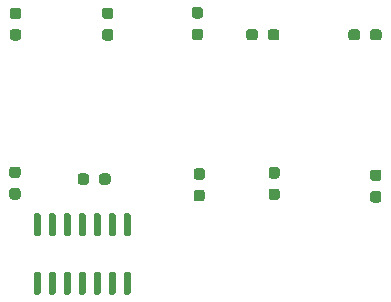
<source format=gtp>
%TF.GenerationSoftware,KiCad,Pcbnew,5.1.10*%
%TF.CreationDate,2021-12-10T15:57:17+01:00*%
%TF.ProjectId,PCB_PEE30 zonder mountingholes,5043425f-5045-4453-9330-207a6f6e6465,rev?*%
%TF.SameCoordinates,Original*%
%TF.FileFunction,Paste,Top*%
%TF.FilePolarity,Positive*%
%FSLAX46Y46*%
G04 Gerber Fmt 4.6, Leading zero omitted, Abs format (unit mm)*
G04 Created by KiCad (PCBNEW 5.1.10) date 2021-12-10 15:57:17*
%MOMM*%
%LPD*%
G01*
G04 APERTURE LIST*
G04 APERTURE END LIST*
%TO.C,U1*%
G36*
G01*
X123790000Y-156000000D02*
X123490000Y-156000000D01*
G75*
G02*
X123340000Y-155850000I0J150000D01*
G01*
X123340000Y-154200000D01*
G75*
G02*
X123490000Y-154050000I150000J0D01*
G01*
X123790000Y-154050000D01*
G75*
G02*
X123940000Y-154200000I0J-150000D01*
G01*
X123940000Y-155850000D01*
G75*
G02*
X123790000Y-156000000I-150000J0D01*
G01*
G37*
G36*
G01*
X125060000Y-156000000D02*
X124760000Y-156000000D01*
G75*
G02*
X124610000Y-155850000I0J150000D01*
G01*
X124610000Y-154200000D01*
G75*
G02*
X124760000Y-154050000I150000J0D01*
G01*
X125060000Y-154050000D01*
G75*
G02*
X125210000Y-154200000I0J-150000D01*
G01*
X125210000Y-155850000D01*
G75*
G02*
X125060000Y-156000000I-150000J0D01*
G01*
G37*
G36*
G01*
X126330000Y-156000000D02*
X126030000Y-156000000D01*
G75*
G02*
X125880000Y-155850000I0J150000D01*
G01*
X125880000Y-154200000D01*
G75*
G02*
X126030000Y-154050000I150000J0D01*
G01*
X126330000Y-154050000D01*
G75*
G02*
X126480000Y-154200000I0J-150000D01*
G01*
X126480000Y-155850000D01*
G75*
G02*
X126330000Y-156000000I-150000J0D01*
G01*
G37*
G36*
G01*
X127600000Y-156000000D02*
X127300000Y-156000000D01*
G75*
G02*
X127150000Y-155850000I0J150000D01*
G01*
X127150000Y-154200000D01*
G75*
G02*
X127300000Y-154050000I150000J0D01*
G01*
X127600000Y-154050000D01*
G75*
G02*
X127750000Y-154200000I0J-150000D01*
G01*
X127750000Y-155850000D01*
G75*
G02*
X127600000Y-156000000I-150000J0D01*
G01*
G37*
G36*
G01*
X128870000Y-156000000D02*
X128570000Y-156000000D01*
G75*
G02*
X128420000Y-155850000I0J150000D01*
G01*
X128420000Y-154200000D01*
G75*
G02*
X128570000Y-154050000I150000J0D01*
G01*
X128870000Y-154050000D01*
G75*
G02*
X129020000Y-154200000I0J-150000D01*
G01*
X129020000Y-155850000D01*
G75*
G02*
X128870000Y-156000000I-150000J0D01*
G01*
G37*
G36*
G01*
X130140000Y-156000000D02*
X129840000Y-156000000D01*
G75*
G02*
X129690000Y-155850000I0J150000D01*
G01*
X129690000Y-154200000D01*
G75*
G02*
X129840000Y-154050000I150000J0D01*
G01*
X130140000Y-154050000D01*
G75*
G02*
X130290000Y-154200000I0J-150000D01*
G01*
X130290000Y-155850000D01*
G75*
G02*
X130140000Y-156000000I-150000J0D01*
G01*
G37*
G36*
G01*
X131410000Y-156000000D02*
X131110000Y-156000000D01*
G75*
G02*
X130960000Y-155850000I0J150000D01*
G01*
X130960000Y-154200000D01*
G75*
G02*
X131110000Y-154050000I150000J0D01*
G01*
X131410000Y-154050000D01*
G75*
G02*
X131560000Y-154200000I0J-150000D01*
G01*
X131560000Y-155850000D01*
G75*
G02*
X131410000Y-156000000I-150000J0D01*
G01*
G37*
G36*
G01*
X131410000Y-160950000D02*
X131110000Y-160950000D01*
G75*
G02*
X130960000Y-160800000I0J150000D01*
G01*
X130960000Y-159150000D01*
G75*
G02*
X131110000Y-159000000I150000J0D01*
G01*
X131410000Y-159000000D01*
G75*
G02*
X131560000Y-159150000I0J-150000D01*
G01*
X131560000Y-160800000D01*
G75*
G02*
X131410000Y-160950000I-150000J0D01*
G01*
G37*
G36*
G01*
X130140000Y-160950000D02*
X129840000Y-160950000D01*
G75*
G02*
X129690000Y-160800000I0J150000D01*
G01*
X129690000Y-159150000D01*
G75*
G02*
X129840000Y-159000000I150000J0D01*
G01*
X130140000Y-159000000D01*
G75*
G02*
X130290000Y-159150000I0J-150000D01*
G01*
X130290000Y-160800000D01*
G75*
G02*
X130140000Y-160950000I-150000J0D01*
G01*
G37*
G36*
G01*
X128870000Y-160950000D02*
X128570000Y-160950000D01*
G75*
G02*
X128420000Y-160800000I0J150000D01*
G01*
X128420000Y-159150000D01*
G75*
G02*
X128570000Y-159000000I150000J0D01*
G01*
X128870000Y-159000000D01*
G75*
G02*
X129020000Y-159150000I0J-150000D01*
G01*
X129020000Y-160800000D01*
G75*
G02*
X128870000Y-160950000I-150000J0D01*
G01*
G37*
G36*
G01*
X127600000Y-160950000D02*
X127300000Y-160950000D01*
G75*
G02*
X127150000Y-160800000I0J150000D01*
G01*
X127150000Y-159150000D01*
G75*
G02*
X127300000Y-159000000I150000J0D01*
G01*
X127600000Y-159000000D01*
G75*
G02*
X127750000Y-159150000I0J-150000D01*
G01*
X127750000Y-160800000D01*
G75*
G02*
X127600000Y-160950000I-150000J0D01*
G01*
G37*
G36*
G01*
X126330000Y-160950000D02*
X126030000Y-160950000D01*
G75*
G02*
X125880000Y-160800000I0J150000D01*
G01*
X125880000Y-159150000D01*
G75*
G02*
X126030000Y-159000000I150000J0D01*
G01*
X126330000Y-159000000D01*
G75*
G02*
X126480000Y-159150000I0J-150000D01*
G01*
X126480000Y-160800000D01*
G75*
G02*
X126330000Y-160950000I-150000J0D01*
G01*
G37*
G36*
G01*
X125060000Y-160950000D02*
X124760000Y-160950000D01*
G75*
G02*
X124610000Y-160800000I0J150000D01*
G01*
X124610000Y-159150000D01*
G75*
G02*
X124760000Y-159000000I150000J0D01*
G01*
X125060000Y-159000000D01*
G75*
G02*
X125210000Y-159150000I0J-150000D01*
G01*
X125210000Y-160800000D01*
G75*
G02*
X125060000Y-160950000I-150000J0D01*
G01*
G37*
G36*
G01*
X123790000Y-160950000D02*
X123490000Y-160950000D01*
G75*
G02*
X123340000Y-160800000I0J150000D01*
G01*
X123340000Y-159150000D01*
G75*
G02*
X123490000Y-159000000I150000J0D01*
G01*
X123790000Y-159000000D01*
G75*
G02*
X123940000Y-159150000I0J-150000D01*
G01*
X123940000Y-160800000D01*
G75*
G02*
X123790000Y-160950000I-150000J0D01*
G01*
G37*
%TD*%
%TO.C,R10*%
G36*
G01*
X136962500Y-138408500D02*
X137437500Y-138408500D01*
G75*
G02*
X137675000Y-138646000I0J-237500D01*
G01*
X137675000Y-139146000D01*
G75*
G02*
X137437500Y-139383500I-237500J0D01*
G01*
X136962500Y-139383500D01*
G75*
G02*
X136725000Y-139146000I0J237500D01*
G01*
X136725000Y-138646000D01*
G75*
G02*
X136962500Y-138408500I237500J0D01*
G01*
G37*
G36*
G01*
X136962500Y-136583500D02*
X137437500Y-136583500D01*
G75*
G02*
X137675000Y-136821000I0J-237500D01*
G01*
X137675000Y-137321000D01*
G75*
G02*
X137437500Y-137558500I-237500J0D01*
G01*
X136962500Y-137558500D01*
G75*
G02*
X136725000Y-137321000I0J237500D01*
G01*
X136725000Y-136821000D01*
G75*
G02*
X136962500Y-136583500I237500J0D01*
G01*
G37*
%TD*%
%TO.C,R9*%
G36*
G01*
X121562500Y-138450500D02*
X122037500Y-138450500D01*
G75*
G02*
X122275000Y-138688000I0J-237500D01*
G01*
X122275000Y-139188000D01*
G75*
G02*
X122037500Y-139425500I-237500J0D01*
G01*
X121562500Y-139425500D01*
G75*
G02*
X121325000Y-139188000I0J237500D01*
G01*
X121325000Y-138688000D01*
G75*
G02*
X121562500Y-138450500I237500J0D01*
G01*
G37*
G36*
G01*
X121562500Y-136625500D02*
X122037500Y-136625500D01*
G75*
G02*
X122275000Y-136863000I0J-237500D01*
G01*
X122275000Y-137363000D01*
G75*
G02*
X122037500Y-137600500I-237500J0D01*
G01*
X121562500Y-137600500D01*
G75*
G02*
X121325000Y-137363000I0J237500D01*
G01*
X121325000Y-136863000D01*
G75*
G02*
X121562500Y-136625500I237500J0D01*
G01*
G37*
%TD*%
%TO.C,R8*%
G36*
G01*
X129362500Y-138450500D02*
X129837500Y-138450500D01*
G75*
G02*
X130075000Y-138688000I0J-237500D01*
G01*
X130075000Y-139188000D01*
G75*
G02*
X129837500Y-139425500I-237500J0D01*
G01*
X129362500Y-139425500D01*
G75*
G02*
X129125000Y-139188000I0J237500D01*
G01*
X129125000Y-138688000D01*
G75*
G02*
X129362500Y-138450500I237500J0D01*
G01*
G37*
G36*
G01*
X129362500Y-136625500D02*
X129837500Y-136625500D01*
G75*
G02*
X130075000Y-136863000I0J-237500D01*
G01*
X130075000Y-137363000D01*
G75*
G02*
X129837500Y-137600500I-237500J0D01*
G01*
X129362500Y-137600500D01*
G75*
G02*
X129125000Y-137363000I0J237500D01*
G01*
X129125000Y-136863000D01*
G75*
G02*
X129362500Y-136625500I237500J0D01*
G01*
G37*
%TD*%
%TO.C,R7*%
G36*
G01*
X137587500Y-151213000D02*
X137112500Y-151213000D01*
G75*
G02*
X136875000Y-150975500I0J237500D01*
G01*
X136875000Y-150475500D01*
G75*
G02*
X137112500Y-150238000I237500J0D01*
G01*
X137587500Y-150238000D01*
G75*
G02*
X137825000Y-150475500I0J-237500D01*
G01*
X137825000Y-150975500D01*
G75*
G02*
X137587500Y-151213000I-237500J0D01*
G01*
G37*
G36*
G01*
X137587500Y-153038000D02*
X137112500Y-153038000D01*
G75*
G02*
X136875000Y-152800500I0J237500D01*
G01*
X136875000Y-152300500D01*
G75*
G02*
X137112500Y-152063000I237500J0D01*
G01*
X137587500Y-152063000D01*
G75*
G02*
X137825000Y-152300500I0J-237500D01*
G01*
X137825000Y-152800500D01*
G75*
G02*
X137587500Y-153038000I-237500J0D01*
G01*
G37*
%TD*%
%TO.C,R6*%
G36*
G01*
X121987500Y-151062500D02*
X121512500Y-151062500D01*
G75*
G02*
X121275000Y-150825000I0J237500D01*
G01*
X121275000Y-150325000D01*
G75*
G02*
X121512500Y-150087500I237500J0D01*
G01*
X121987500Y-150087500D01*
G75*
G02*
X122225000Y-150325000I0J-237500D01*
G01*
X122225000Y-150825000D01*
G75*
G02*
X121987500Y-151062500I-237500J0D01*
G01*
G37*
G36*
G01*
X121987500Y-152887500D02*
X121512500Y-152887500D01*
G75*
G02*
X121275000Y-152650000I0J237500D01*
G01*
X121275000Y-152150000D01*
G75*
G02*
X121512500Y-151912500I237500J0D01*
G01*
X121987500Y-151912500D01*
G75*
G02*
X122225000Y-152150000I0J-237500D01*
G01*
X122225000Y-152650000D01*
G75*
G02*
X121987500Y-152887500I-237500J0D01*
G01*
G37*
%TD*%
%TO.C,R5*%
G36*
G01*
X128025000Y-150912500D02*
X128025000Y-151387500D01*
G75*
G02*
X127787500Y-151625000I-237500J0D01*
G01*
X127287500Y-151625000D01*
G75*
G02*
X127050000Y-151387500I0J237500D01*
G01*
X127050000Y-150912500D01*
G75*
G02*
X127287500Y-150675000I237500J0D01*
G01*
X127787500Y-150675000D01*
G75*
G02*
X128025000Y-150912500I0J-237500D01*
G01*
G37*
G36*
G01*
X129850000Y-150912500D02*
X129850000Y-151387500D01*
G75*
G02*
X129612500Y-151625000I-237500J0D01*
G01*
X129112500Y-151625000D01*
G75*
G02*
X128875000Y-151387500I0J237500D01*
G01*
X128875000Y-150912500D01*
G75*
G02*
X129112500Y-150675000I237500J0D01*
G01*
X129612500Y-150675000D01*
G75*
G02*
X129850000Y-150912500I0J-237500D01*
G01*
G37*
%TD*%
%TO.C,R4*%
G36*
G01*
X151812500Y-139175500D02*
X151812500Y-138700500D01*
G75*
G02*
X152050000Y-138463000I237500J0D01*
G01*
X152550000Y-138463000D01*
G75*
G02*
X152787500Y-138700500I0J-237500D01*
G01*
X152787500Y-139175500D01*
G75*
G02*
X152550000Y-139413000I-237500J0D01*
G01*
X152050000Y-139413000D01*
G75*
G02*
X151812500Y-139175500I0J237500D01*
G01*
G37*
G36*
G01*
X149987500Y-139175500D02*
X149987500Y-138700500D01*
G75*
G02*
X150225000Y-138463000I237500J0D01*
G01*
X150725000Y-138463000D01*
G75*
G02*
X150962500Y-138700500I0J-237500D01*
G01*
X150962500Y-139175500D01*
G75*
G02*
X150725000Y-139413000I-237500J0D01*
G01*
X150225000Y-139413000D01*
G75*
G02*
X149987500Y-139175500I0J237500D01*
G01*
G37*
%TD*%
%TO.C,R3*%
G36*
G01*
X152537500Y-151316500D02*
X152062500Y-151316500D01*
G75*
G02*
X151825000Y-151079000I0J237500D01*
G01*
X151825000Y-150579000D01*
G75*
G02*
X152062500Y-150341500I237500J0D01*
G01*
X152537500Y-150341500D01*
G75*
G02*
X152775000Y-150579000I0J-237500D01*
G01*
X152775000Y-151079000D01*
G75*
G02*
X152537500Y-151316500I-237500J0D01*
G01*
G37*
G36*
G01*
X152537500Y-153141500D02*
X152062500Y-153141500D01*
G75*
G02*
X151825000Y-152904000I0J237500D01*
G01*
X151825000Y-152404000D01*
G75*
G02*
X152062500Y-152166500I237500J0D01*
G01*
X152537500Y-152166500D01*
G75*
G02*
X152775000Y-152404000I0J-237500D01*
G01*
X152775000Y-152904000D01*
G75*
G02*
X152537500Y-153141500I-237500J0D01*
G01*
G37*
%TD*%
%TO.C,R2*%
G36*
G01*
X143162500Y-139175500D02*
X143162500Y-138700500D01*
G75*
G02*
X143400000Y-138463000I237500J0D01*
G01*
X143900000Y-138463000D01*
G75*
G02*
X144137500Y-138700500I0J-237500D01*
G01*
X144137500Y-139175500D01*
G75*
G02*
X143900000Y-139413000I-237500J0D01*
G01*
X143400000Y-139413000D01*
G75*
G02*
X143162500Y-139175500I0J237500D01*
G01*
G37*
G36*
G01*
X141337500Y-139175500D02*
X141337500Y-138700500D01*
G75*
G02*
X141575000Y-138463000I237500J0D01*
G01*
X142075000Y-138463000D01*
G75*
G02*
X142312500Y-138700500I0J-237500D01*
G01*
X142312500Y-139175500D01*
G75*
G02*
X142075000Y-139413000I-237500J0D01*
G01*
X141575000Y-139413000D01*
G75*
G02*
X141337500Y-139175500I0J237500D01*
G01*
G37*
%TD*%
%TO.C,R1*%
G36*
G01*
X143937500Y-151109500D02*
X143462500Y-151109500D01*
G75*
G02*
X143225000Y-150872000I0J237500D01*
G01*
X143225000Y-150372000D01*
G75*
G02*
X143462500Y-150134500I237500J0D01*
G01*
X143937500Y-150134500D01*
G75*
G02*
X144175000Y-150372000I0J-237500D01*
G01*
X144175000Y-150872000D01*
G75*
G02*
X143937500Y-151109500I-237500J0D01*
G01*
G37*
G36*
G01*
X143937500Y-152934500D02*
X143462500Y-152934500D01*
G75*
G02*
X143225000Y-152697000I0J237500D01*
G01*
X143225000Y-152197000D01*
G75*
G02*
X143462500Y-151959500I237500J0D01*
G01*
X143937500Y-151959500D01*
G75*
G02*
X144175000Y-152197000I0J-237500D01*
G01*
X144175000Y-152697000D01*
G75*
G02*
X143937500Y-152934500I-237500J0D01*
G01*
G37*
%TD*%
M02*

</source>
